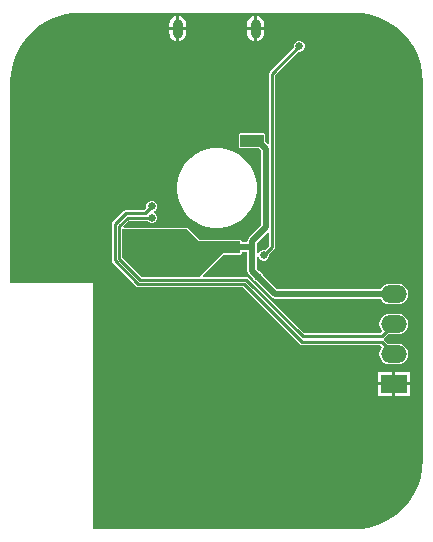
<source format=gbr>
%TF.GenerationSoftware,Altium Limited,Altium Designer,21.6.4 (81)*%
G04 Layer_Physical_Order=2*
G04 Layer_Color=16776960*
%FSLAX45Y45*%
%MOMM*%
%TF.SameCoordinates,1F3DC5CE-A10F-41C4-B24A-259E2D936CC1*%
%TF.FilePolarity,Positive*%
%TF.FileFunction,Copper,L2,Bot,Signal*%
%TF.Part,Single*%
G01*
G75*
%TA.AperFunction,Conductor*%
%ADD33C,0.50800*%
%ADD35C,0.25400*%
%TA.AperFunction,ComponentPad*%
%ADD36O,2.20000X1.50000*%
%ADD37R,2.20000X1.50000*%
G04:AMPARAMS|DCode=38|XSize=0.9mm|YSize=1.6mm|CornerRadius=0.45mm|HoleSize=0mm|Usage=FLASHONLY|Rotation=180.000|XOffset=0mm|YOffset=0mm|HoleType=Round|Shape=RoundedRectangle|*
%AMROUNDEDRECTD38*
21,1,0.90000,0.70000,0,0,180.0*
21,1,0.00000,1.60000,0,0,180.0*
1,1,0.90000,0.00000,0.35000*
1,1,0.90000,0.00000,0.35000*
1,1,0.90000,0.00000,-0.35000*
1,1,0.90000,0.00000,-0.35000*
%
%ADD38ROUNDEDRECTD38*%
%TA.AperFunction,ViaPad*%
%ADD39C,0.66000*%
G36*
X1236591Y2181767D02*
X1311871Y2166792D01*
X1384553Y2142120D01*
X1453393Y2108172D01*
X1517213Y2065529D01*
X1574921Y2014921D01*
X1625529Y1957213D01*
X1668172Y1893393D01*
X1702120Y1824554D01*
X1726792Y1751872D01*
X1741766Y1676591D01*
X1746640Y1602239D01*
X1745713Y1600000D01*
Y-1600000D01*
X1746640Y-1602238D01*
X1741766Y-1676591D01*
X1726792Y-1751871D01*
X1702120Y-1824553D01*
X1668172Y-1893393D01*
X1625529Y-1957213D01*
X1574921Y-2014921D01*
X1517213Y-2065529D01*
X1453393Y-2108172D01*
X1384553Y-2142120D01*
X1311871Y-2166792D01*
X1236591Y-2181766D01*
X1162238Y-2186640D01*
X1160000Y-2185712D01*
X-1050000D01*
Y-100000D01*
X-1745713D01*
Y1600000D01*
X-1746640Y1602239D01*
X-1741766Y1676591D01*
X-1726792Y1751872D01*
X-1702120Y1824554D01*
X-1668172Y1893393D01*
X-1625529Y1957213D01*
X-1574921Y2014921D01*
X-1517213Y2065529D01*
X-1453393Y2108172D01*
X-1384553Y2142120D01*
X-1311871Y2166792D01*
X-1236591Y2181767D01*
X-1162238Y2186640D01*
X-1160000Y2185713D01*
X1160000D01*
X1162238Y2186640D01*
X1236591Y2181767D01*
D02*
G37*
%LPC*%
G36*
X342700Y2154335D02*
Y2062700D01*
X401008D01*
Y2085000D01*
X398588Y2103378D01*
X391494Y2120504D01*
X380210Y2135210D01*
X365504Y2146494D01*
X348378Y2153588D01*
X342700Y2154335D01*
D02*
G37*
G36*
X-317300D02*
Y2062700D01*
X-258993D01*
Y2085000D01*
X-261412Y2103378D01*
X-268506Y2120504D01*
X-279790Y2135210D01*
X-294496Y2146494D01*
X-311622Y2153588D01*
X-317300Y2154335D01*
D02*
G37*
G36*
X317300D02*
X311622Y2153588D01*
X294496Y2146494D01*
X279790Y2135210D01*
X268506Y2120504D01*
X261412Y2103378D01*
X258993Y2085000D01*
Y2062700D01*
X317300D01*
Y2154335D01*
D02*
G37*
G36*
X-342700D02*
X-348378Y2153588D01*
X-365504Y2146494D01*
X-380210Y2135210D01*
X-391494Y2120504D01*
X-398588Y2103378D01*
X-401008Y2085000D01*
Y2062700D01*
X-342700D01*
Y2154335D01*
D02*
G37*
G36*
X401008Y2037300D02*
X342700D01*
Y1945665D01*
X348378Y1946412D01*
X365504Y1953506D01*
X380210Y1964790D01*
X391494Y1979496D01*
X398588Y1996622D01*
X401008Y2015000D01*
Y2037300D01*
D02*
G37*
G36*
X-258993D02*
X-317300D01*
Y1945665D01*
X-311622Y1946412D01*
X-294496Y1953506D01*
X-279790Y1964790D01*
X-268506Y1979496D01*
X-261412Y1996622D01*
X-258993Y2015000D01*
Y2037300D01*
D02*
G37*
G36*
X317300D02*
X258993D01*
Y2015000D01*
X261412Y1996622D01*
X268506Y1979496D01*
X279790Y1964790D01*
X294496Y1953506D01*
X311622Y1946412D01*
X317300Y1945665D01*
Y2037300D01*
D02*
G37*
G36*
X-342700D02*
X-401008D01*
Y2015000D01*
X-398588Y1996622D01*
X-391494Y1979496D01*
X-380210Y1964790D01*
X-365504Y1953506D01*
X-348378Y1946412D01*
X-342700Y1945665D01*
Y2037300D01*
D02*
G37*
G36*
X709091Y1945700D02*
X690910D01*
X674113Y1938743D01*
X661258Y1925887D01*
X654300Y1909090D01*
Y1890925D01*
X450324Y1686949D01*
X444710Y1678547D01*
X442739Y1668636D01*
Y1078792D01*
X431005Y1073932D01*
X413746Y1091191D01*
Y1150000D01*
X409720Y1159720D01*
X400000Y1163746D01*
X200000D01*
X190280Y1159720D01*
X186254Y1150000D01*
Y1050000D01*
X190280Y1040280D01*
X200000Y1036253D01*
X358810D01*
X378990Y1016073D01*
Y383927D01*
X272531Y277469D01*
X264110Y264866D01*
X261153Y250000D01*
Y240068D01*
X213747D01*
Y250000D01*
X209720Y259720D01*
X200000Y263746D01*
X-144306D01*
X-240280Y359720D01*
X-250000Y363747D01*
X-250001Y363747D01*
X-784541D01*
X-789802Y376447D01*
X-742146Y424103D01*
X-588732D01*
X-575887Y411257D01*
X-559090Y404300D01*
X-540910D01*
X-524113Y411257D01*
X-511257Y424113D01*
X-504300Y440910D01*
Y459091D01*
X-511257Y475887D01*
X-524113Y488743D01*
X-528662Y490627D01*
Y504373D01*
X-524113Y506258D01*
X-511257Y519113D01*
X-504300Y535910D01*
Y554091D01*
X-511257Y570887D01*
X-524113Y583743D01*
X-540910Y590700D01*
X-559090D01*
X-575887Y583743D01*
X-588743Y570887D01*
X-595700Y554091D01*
Y535925D01*
X-617627Y513998D01*
X-768655D01*
X-778565Y512026D01*
X-786967Y506412D01*
X-881812Y411567D01*
X-887426Y403165D01*
X-889398Y393255D01*
Y150001D01*
X-889398Y150000D01*
Y87954D01*
X-887426Y78044D01*
X-881813Y69642D01*
X-680359Y-131812D01*
X-671957Y-137426D01*
X-662046Y-139397D01*
X222998D01*
X701913Y-618312D01*
X710315Y-623926D01*
X720225Y-625898D01*
X1385273D01*
X1401746Y-642371D01*
X1388394Y-659772D01*
X1379557Y-681106D01*
X1376543Y-704000D01*
X1379557Y-726894D01*
X1388394Y-748228D01*
X1402452Y-766548D01*
X1420772Y-780606D01*
X1442106Y-789443D01*
X1465000Y-792457D01*
X1535000D01*
X1557895Y-789443D01*
X1579228Y-780606D01*
X1597548Y-766548D01*
X1611606Y-748228D01*
X1620443Y-726894D01*
X1623457Y-704000D01*
X1620443Y-681106D01*
X1611606Y-659772D01*
X1597548Y-641452D01*
X1579228Y-627394D01*
X1557895Y-618558D01*
X1535000Y-615544D01*
X1465000D01*
X1450126Y-617502D01*
X1417053Y-584428D01*
X1416402Y-573755D01*
X1417734Y-568699D01*
X1418313Y-568312D01*
X1450126Y-536499D01*
X1465000Y-538457D01*
X1535000D01*
X1557895Y-535443D01*
X1579228Y-526606D01*
X1597548Y-512548D01*
X1611606Y-494228D01*
X1620443Y-472894D01*
X1623457Y-450000D01*
X1620443Y-427106D01*
X1611606Y-405772D01*
X1597548Y-387452D01*
X1579228Y-373394D01*
X1557895Y-364558D01*
X1535000Y-361544D01*
X1465000D01*
X1442106Y-364558D01*
X1420772Y-373394D01*
X1402452Y-387452D01*
X1388394Y-405772D01*
X1379557Y-427106D01*
X1376543Y-450000D01*
X1379557Y-472894D01*
X1388394Y-494228D01*
X1401746Y-511629D01*
X1389273Y-524102D01*
X737957D01*
X270942Y-57088D01*
X262540Y-51474D01*
X252630Y-49502D01*
X-113468D01*
X-118328Y-37769D01*
X55694Y136253D01*
X200000D01*
X209720Y140280D01*
X213747Y150000D01*
Y162375D01*
X261153D01*
Y0D01*
X264110Y-14866D01*
X272531Y-27468D01*
X304404Y-59341D01*
X311257Y-75887D01*
X324113Y-88743D01*
X340659Y-95596D01*
X468532Y-223469D01*
X481134Y-231890D01*
X496000Y-234847D01*
X1386165D01*
X1388394Y-240228D01*
X1402452Y-258548D01*
X1420772Y-272606D01*
X1442106Y-281443D01*
X1465000Y-284457D01*
X1535000D01*
X1557895Y-281443D01*
X1579228Y-272606D01*
X1597548Y-258548D01*
X1611606Y-240228D01*
X1620443Y-218894D01*
X1623457Y-196000D01*
X1620443Y-173106D01*
X1611606Y-151772D01*
X1597548Y-133452D01*
X1579228Y-119394D01*
X1557895Y-110558D01*
X1535000Y-107544D01*
X1465000D01*
X1442106Y-110558D01*
X1420772Y-119394D01*
X1402452Y-133452D01*
X1388394Y-151772D01*
X1386165Y-157154D01*
X512091D01*
X395596Y-40659D01*
X388743Y-24113D01*
X375887Y-11257D01*
X359341Y-4404D01*
X338846Y16091D01*
Y201221D01*
Y233909D01*
X431005Y326068D01*
X442739Y321208D01*
Y211163D01*
X409075Y177500D01*
X390910D01*
X374113Y170542D01*
X361257Y157687D01*
X354300Y140890D01*
Y122709D01*
X361257Y105913D01*
X374113Y93057D01*
X390910Y86100D01*
X409090D01*
X425887Y93057D01*
X438743Y105913D01*
X445700Y122709D01*
Y140875D01*
X486949Y182124D01*
X492563Y190525D01*
X494534Y200436D01*
Y1657909D01*
X690925Y1854300D01*
X709091D01*
X725887Y1861257D01*
X738743Y1874113D01*
X745700Y1890910D01*
Y1909090D01*
X738743Y1925887D01*
X725887Y1938743D01*
X709091Y1945700D01*
D02*
G37*
G36*
X26578Y1037700D02*
X-26578D01*
X-79078Y1029385D01*
X-129632Y1012959D01*
X-176993Y988827D01*
X-219997Y957583D01*
X-257583Y919997D01*
X-288827Y876993D01*
X-312959Y829632D01*
X-329384Y779078D01*
X-337700Y726578D01*
Y673423D01*
X-329384Y620922D01*
X-312959Y570368D01*
X-288827Y523007D01*
X-257583Y480003D01*
X-219997Y442417D01*
X-176993Y411173D01*
X-129632Y387041D01*
X-79078Y370616D01*
X-26578Y362300D01*
X26578D01*
X79078Y370616D01*
X129632Y387041D01*
X176993Y411173D01*
X219997Y442417D01*
X257583Y480003D01*
X288827Y523007D01*
X312959Y570368D01*
X329384Y620922D01*
X337700Y673423D01*
Y726578D01*
X329384Y779078D01*
X312959Y829632D01*
X288827Y876993D01*
X257583Y919997D01*
X219997Y957583D01*
X176993Y988827D01*
X129632Y1012959D01*
X79078Y1029385D01*
X26578Y1037700D01*
D02*
G37*
G36*
X1635400Y-857600D02*
X1512700D01*
Y-945300D01*
X1635400D01*
Y-857600D01*
D02*
G37*
G36*
X1487300D02*
X1364600D01*
Y-945300D01*
X1487300D01*
Y-857600D01*
D02*
G37*
G36*
X1635400Y-970700D02*
X1512700D01*
Y-1058400D01*
X1635400D01*
Y-970700D01*
D02*
G37*
G36*
X1487300D02*
X1364600D01*
Y-1058400D01*
X1487300D01*
Y-970700D01*
D02*
G37*
%LPD*%
G36*
X400000Y1050000D02*
X400000Y1050000D01*
X200000D01*
Y1150000D01*
X400000D01*
Y1050000D01*
D02*
G37*
G36*
X-150000Y250000D02*
X200000D01*
Y150000D01*
X50000D01*
X-150000Y-50000D01*
X-635743D01*
X-800000Y114257D01*
X-800000Y350000D01*
X-250000D01*
X-150000Y250000D01*
D02*
G37*
D33*
X417836Y367836D02*
Y1032164D01*
X300000Y250000D02*
X417836Y367836D01*
X350000Y1100000D02*
X417836Y1032164D01*
X300000Y0D02*
Y201221D01*
Y250000D01*
X152260Y201221D02*
X300000D01*
X300000Y201221D01*
Y0D02*
X350000Y-50000D01*
X496000Y-196000D01*
X1500000D01*
D35*
X233725Y-113500D02*
X720225Y-600000D01*
X-662046Y-113500D02*
X233725D01*
X720225Y-600000D02*
X1396000D01*
X252630Y-75400D02*
X727230Y-550000D01*
X-646265Y-75400D02*
X252630D01*
X727230Y-550000D02*
X1400000D01*
X-863500Y87954D02*
Y150000D01*
X-863500D02*
Y393255D01*
X-863500Y87954D02*
X-662046Y-113500D01*
X-825400Y103736D02*
Y214479D01*
X-825400D01*
X-825400Y103736D02*
X-646265Y-75400D01*
X468636Y200436D02*
Y1668636D01*
X400000Y131800D02*
X468636Y200436D01*
Y1668636D02*
X700000Y1900000D01*
X-606900Y488100D02*
X-550000Y545000D01*
X-863500Y393255D02*
X-768655Y488100D01*
X-606900D01*
X-825400Y214479D02*
Y377473D01*
X-752873Y450000D02*
X-550000D01*
X-825400Y377473D02*
X-752873Y450000D01*
X1396000Y-600000D02*
X1500000Y-704000D01*
X1400000Y-550000D02*
X1500000Y-450000D01*
D36*
D03*
Y-704000D02*
D03*
Y-196000D02*
D03*
D37*
Y-958000D02*
D03*
D38*
X-330000Y2050000D02*
D03*
X330000D02*
D03*
D39*
X563816Y-894788D02*
D03*
X-205212Y-536184D02*
D03*
X205212Y-1663816D02*
D03*
X-563816Y-1305213D02*
D03*
Y-894788D02*
D03*
X-205212Y-1663816D02*
D03*
X205212Y-536184D02*
D03*
X563816Y-1305212D02*
D03*
X0Y-1700000D02*
D03*
X600000Y-1100000D02*
D03*
X-600000Y-1100000D02*
D03*
X0Y-500000D02*
D03*
X600000Y410001D02*
D03*
X-302500Y450000D02*
D03*
X-317500Y1010000D02*
D03*
X-1325000Y1450000D02*
D03*
X-782500Y1010000D02*
D03*
X-447500Y1350000D02*
D03*
X-47500Y1200000D02*
D03*
X875000Y1450000D02*
D03*
Y950000D02*
D03*
X760000Y-50000D02*
D03*
X-1325000Y950000D02*
D03*
X-1600000Y750000D02*
D03*
X-925000Y485000D02*
D03*
X-850000Y-50000D02*
D03*
X-1150000D02*
D03*
X350000Y1100000D02*
D03*
X250000D02*
D03*
X400000Y131800D02*
D03*
X-375000Y0D02*
D03*
Y100000D02*
D03*
X-742305Y300742D02*
D03*
X-658894Y272045D02*
D03*
X350000Y-50000D02*
D03*
X-550000Y450000D02*
D03*
Y545000D02*
D03*
X700000Y1900000D02*
D03*
X152260Y201221D02*
D03*
X52260D02*
D03*
%TF.MD5,e707c680c58f297dde04cf778a060085*%
M02*

</source>
